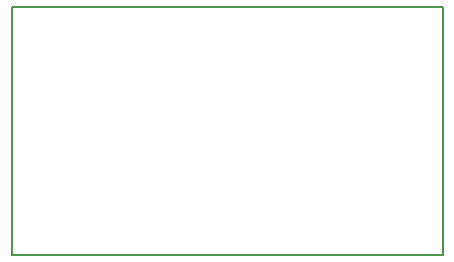
<source format=gm1>
G04 #@! TF.GenerationSoftware,KiCad,Pcbnew,5.0.2+dfsg1-1+deb10u1*
G04 #@! TF.CreationDate,2023-11-23T01:58:30+01:00*
G04 #@! TF.ProjectId,Carte _lectronique pilotage variateur,43617274-6520-4e96-9c65-6374726f6e69,rev?*
G04 #@! TF.SameCoordinates,Original*
G04 #@! TF.FileFunction,Profile,NP*
%FSLAX46Y46*%
G04 Gerber Fmt 4.6, Leading zero omitted, Abs format (unit mm)*
G04 Created by KiCad (PCBNEW 5.0.2+dfsg1-1+deb10u1) date jeu. 23 nov. 2023 01:58:30 CET*
%MOMM*%
%LPD*%
G01*
G04 APERTURE LIST*
%ADD10C,0.150000*%
G04 APERTURE END LIST*
D10*
X190000000Y-103500000D02*
X153500000Y-103500000D01*
X153500000Y-82500000D02*
X153500000Y-103500000D01*
X190000000Y-82500000D02*
X190000000Y-103500000D01*
X190000000Y-82500000D02*
X153500000Y-82500000D01*
M02*

</source>
